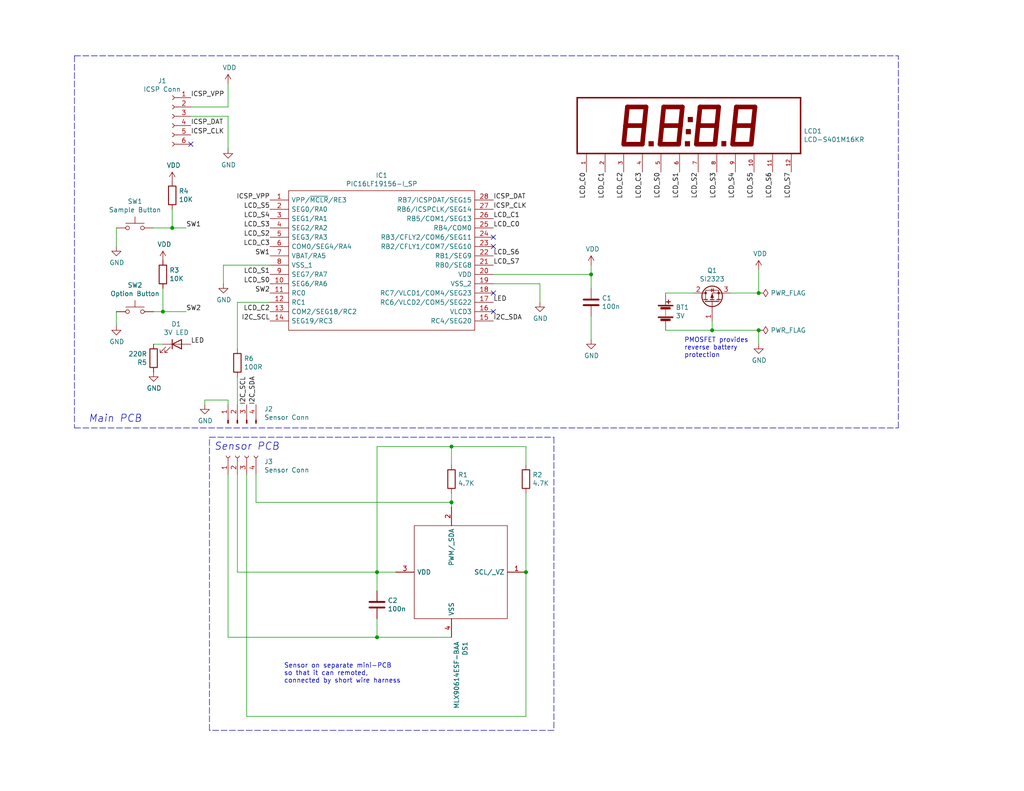
<source format=kicad_sch>
(kicad_sch (version 20211123) (generator eeschema)
  (paper "USLetter")
  (title_block (title "Non-contact IR Thermometer") (date "2022-02-28") (rev "0.8") (company "Karen A. Morrissey") (comment 1 "A minimal part, low-power design for a non-contact IR thermometer."))
  (lib_symbols
    (symbol "Connector:Conn_01x04_Female" (pin_names (offset 1.016) hide)
      (property "Reference" "J" (at 0 5.08 0))
      (property "Value" "Conn_01x04_Female" (at 0 -7.62 0))
      (symbol "Conn_01x04_Female_1_1"
        (arc (start 0 -4.572) (mid -0.508 -5.08) (end 0 -5.588) (stroke (width 0.1524)))
        (arc (start 0 -2.032) (mid -0.508 -2.54) (end 0 -3.048) (stroke (width 0.1524)))
        (polyline (pts (xy -1.27 -5.08) (xy -0.508 -5.08)) (stroke (width 0.1524)))
        (polyline (pts (xy -1.27 -2.54) (xy -0.508 -2.54)) (stroke (width 0.1524)))
        (polyline (pts (xy -1.27 0) (xy -0.508 0)) (stroke (width 0.1524)))
        (polyline (pts (xy -1.27 2.54) (xy -0.508 2.54)) (stroke (width 0.1524)))
        (arc (start 0 0.508) (mid -0.508 0) (end 0 -0.508) (stroke (width 0.1524)))
        (arc (start 0 3.048) (mid -0.508 2.54) (end 0 2.032) (stroke (width 0.1524)))
        (pin passive line (at -5.08 2.54 0) (length 3.81) (name "Pin_1") (number "1"))
        (pin passive line (at -5.08 0 0) (length 3.81) (name "Pin_2") (number "2"))
        (pin passive line (at -5.08 -2.54 0) (length 3.81) (name "Pin_3") (number "3"))
        (pin passive line (at -5.08 -5.08 0) (length 3.81) (name "Pin_4") (number "4"))
      )
    )
    (symbol "Connector:Conn_01x04_Male" (pin_names (offset 1.016) hide)
      (property "Reference" "J" (at 0 5.08 0))
      (property "Value" "Conn_01x04_Male" (at 0 -7.62 0))
      (symbol "Conn_01x04_Male_1_1"
        (polyline (pts (xy 1.27 -5.08) (xy 0.8636 -5.08)) (stroke (width 0.1524)))
        (polyline (pts (xy 1.27 -2.54) (xy 0.8636 -2.54)) (stroke (width 0.1524)))
        (polyline (pts (xy 1.27 0) (xy 0.8636 0)) (stroke (width 0.1524)))
        (polyline (pts (xy 1.27 2.54) (xy 0.8636 2.54)) (stroke (width 0.1524)))
        (rectangle (start 0.8636 -4.953) (end 0 -5.207) (stroke (width 0.1524)) (fill (type outline)))
        (rectangle (start 0.8636 -2.413) (end 0 -2.667) (stroke (width 0.1524)) (fill (type outline)))
        (rectangle (start 0.8636 0.127) (end 0 -0.127) (stroke (width 0.1524)) (fill (type outline)))
        (rectangle (start 0.8636 2.667) (end 0 2.413) (stroke (width 0.1524)) (fill (type outline)))
        (pin passive line (at 5.08 2.54 180) (length 3.81) (name "Pin_1") (number "1"))
        (pin passive line (at 5.08 0 180) (length 3.81) (name "Pin_2") (number "2"))
        (pin passive line (at 5.08 -2.54 180) (length 3.81) (name "Pin_3") (number "3"))
        (pin passive line (at 5.08 -5.08 180) (length 3.81) (name "Pin_4") (number "4"))
      )
    )
    (symbol "Connector:Conn_01x06_Female" (pin_names (offset 1.016) hide)
      (property "Reference" "J" (at 0 7.62 0))
      (property "Value" "Conn_01x06_Female" (at 0 -10.16 0))
      (symbol "Conn_01x06_Female_1_1"
        (arc (start 0 -7.112) (mid -0.508 -7.62) (end 0 -8.128) (stroke (width 0.1524)))
        (arc (start 0 -4.572) (mid -0.508 -5.08) (end 0 -5.588) (stroke (width 0.1524)))
        (arc (start 0 -2.032) (mid -0.508 -2.54) (end 0 -3.048) (stroke (width 0.1524)))
        (polyline (pts (xy -1.27 -7.62) (xy -0.508 -7.62)) (stroke (width 0.1524)))
        (polyline (pts (xy -1.27 -5.08) (xy -0.508 -5.08)) (stroke (width 0.1524)))
        (polyline (pts (xy -1.27 -2.54) (xy -0.508 -2.54)) (stroke (width 0.1524)))
        (polyline (pts (xy -1.27 0) (xy -0.508 0)) (stroke (width 0.1524)))
        (polyline (pts (xy -1.27 2.54) (xy -0.508 2.54)) (stroke (width 0.1524)))
        (polyline (pts (xy -1.27 5.08) (xy -0.508 5.08)) (stroke (width 0.1524)))
        (arc (start 0 0.508) (mid -0.508 0) (end 0 -0.508) (stroke (width 0.1524)))
        (arc (start 0 3.048) (mid -0.508 2.54) (end 0 2.032) (stroke (width 0.1524)))
        (arc (start 0 5.588) (mid -0.508 5.08) (end 0 4.572) (stroke (width 0.1524)))
        (pin passive line (at -5.08 5.08 0) (length 3.81) (name "Pin_1") (number "1"))
        (pin passive line (at -5.08 2.54 0) (length 3.81) (name "Pin_2") (number "2"))
        (pin passive line (at -5.08 0 0) (length 3.81) (name "Pin_3") (number "3"))
        (pin passive line (at -5.08 -2.54 0) (length 3.81) (name "Pin_4") (number "4"))
        (pin passive line (at -5.08 -5.08 0) (length 3.81) (name "Pin_5") (number "5"))
        (pin passive line (at -5.08 -7.62 0) (length 3.81) (name "Pin_6") (number "6"))
      )
    )
    (symbol "Device:Battery" (pin_numbers hide) (pin_names (offset 0) hide)
      (property "Reference" "BT" (at 2.54 2.54 0))
      (property "Value" "Battery" (at 2.54 0 0))
      (symbol "Battery_0_1"
        (rectangle (start -2.032 -1.397) (end 2.032 -1.651) (fill (type outline)))
        (rectangle (start -2.032 1.778) (end 2.032 1.524) (fill (type outline)))
        (rectangle (start -1.3208 -1.9812) (end 1.27 -2.4892) (fill (type outline)))
        (rectangle (start -1.3208 1.1938) (end 1.27 0.6858) (fill (type outline)))
        (polyline (pts (xy 0 -1.524) (xy 0 -1.27)))
        (polyline (pts (xy 0 -1.016) (xy 0 -0.762)))
        (polyline (pts (xy 0 -0.508) (xy 0 -0.254)))
        (polyline (pts (xy 0 0) (xy 0 0.254)))
        (polyline (pts (xy 0 0.508) (xy 0 0.762)))
        (polyline (pts (xy 0 1.778) (xy 0 2.54)))
        (polyline (pts (xy 0.254 2.667) (xy 1.27 2.667)) (stroke (width 0.254)))
        (polyline (pts (xy 0.762 3.175) (xy 0.762 2.159)) (stroke (width 0.254)))
      )
      (symbol "Battery_1_1"
        (pin passive line (at 0 5.08 270) (length 2.54) (name "+") (number "1"))
        (pin passive line (at 0 -5.08 90) (length 2.54) (name "-") (number "2"))
      )
    )
    (symbol "Device:C" (pin_numbers hide) (pin_names (offset 0.254))
      (property "Reference" "C" (at 0.635 2.54 0))
      (property "Value" "C" (at 0.635 -2.54 0))
      (symbol "C_0_1"
        (polyline (pts (xy -2.032 -0.762) (xy 2.032 -0.762)) (stroke (width 0.508)))
        (polyline (pts (xy -2.032 0.762) (xy 2.032 0.762)) (stroke (width 0.508)))
      )
      (symbol "C_1_1"
        (pin passive line (at 0 3.81 270) (length 2.794) (name "~") (number "1"))
        (pin passive line (at 0 -3.81 90) (length 2.794) (name "~") (number "2"))
      )
    )
    (symbol "Device:LED" (pin_numbers hide) (pin_names (offset 1.016) hide)
      (property "Reference" "D" (at 0 2.54 0))
      (property "Value" "LED" (at 0 -2.54 0))
      (symbol "LED_0_1"
        (polyline (pts (xy -1.27 -1.27) (xy -1.27 1.27)) (stroke (width 0.254)))
        (polyline (pts (xy -1.27 0) (xy 1.27 0)))
        (polyline (pts (xy 1.27 -1.27) (xy 1.27 1.27) (xy -1.27 0) (xy 1.27 -1.27)) (stroke (width 0.254)))
        (polyline (pts (xy -3.048 -0.762) (xy -4.572 -2.286) (xy -3.81 -2.286) (xy -4.572 -2.286) (xy -4.572 -1.524)))
        (polyline (pts (xy -1.778 -0.762) (xy -3.302 -2.286) (xy -2.54 -2.286) (xy -3.302 -2.286) (xy -3.302 -1.524)))
      )
      (symbol "LED_1_1"
        (pin passive line (at -3.81 0 0) (length 2.54) (name "K") (number "1"))
        (pin passive line (at 3.81 0 180) (length 2.54) (name "A") (number "2"))
      )
    )
    (symbol "Device:Q_PMOS_GDS" (pin_names (offset 0) hide)
      (property "Reference" "Q" (at 5.08 1.27 0))
      (property "Value" "Q_PMOS_GDS" (at 5.08 -1.27 0))
      (symbol "Q_PMOS_GDS_0_1"
        (polyline (pts (xy 0.254 0) (xy -2.54 0)))
        (polyline (pts (xy 0.254 1.905) (xy 0.254 -1.905)) (stroke (width 0.254)))
        (polyline (pts (xy 0.762 -1.27) (xy 0.762 -2.286)) (stroke (width 0.254)))
        (polyline (pts (xy 0.762 0.508) (xy 0.762 -0.508)) (stroke (width 0.254)))
        (polyline (pts (xy 0.762 2.286) (xy 0.762 1.27)) (stroke (width 0.254)))
        (polyline (pts (xy 2.54 2.54) (xy 2.54 1.778)))
        (polyline (pts (xy 2.54 -2.54) (xy 2.54 0) (xy 0.762 0)))
        (polyline (pts (xy 0.762 1.778) (xy 3.302 1.778) (xy 3.302 -1.778) (xy 0.762 -1.778)))
        (polyline (pts (xy 2.286 0) (xy 1.27 0.381) (xy 1.27 -0.381) (xy 2.286 0)) (fill (type outline)))
        (polyline (pts (xy 2.794 -0.508) (xy 2.921 -0.381) (xy 3.683 -0.381) (xy 3.81 -0.254)))
        (polyline (pts (xy 3.302 -0.381) (xy 2.921 0.254) (xy 3.683 0.254) (xy 3.302 -0.381)))
        (circle (center 1.651 0) (radius 2.794) (stroke (width 0.254)))
        (circle (center 2.54 -1.778) (radius 0.254) (fill (type outline)))
        (circle (center 2.54 1.778) (radius 0.254) (fill (type outline)))
      )
      (symbol "Q_PMOS_GDS_1_1"
        (pin input line (at -5.08 0 0) (length 2.54) (name "G") (number "1"))
        (pin passive line (at 2.54 5.08 270) (length 2.54) (name "D") (number "2"))
        (pin passive line (at 2.54 -5.08 90) (length 2.54) (name "S") (number "3"))
      )
    )
    (symbol "Device:R" (pin_numbers hide) (pin_names (offset 0))
      (property "Reference" "R" (at 2.032 0 90))
      (property "Value" "R" (at 0 0 90))
      (symbol "R_0_1"
        (rectangle (start -1.016 -2.54) (end 1.016 2.54) (stroke (width 0.254)))
      )
      (symbol "R_1_1"
        (pin passive line (at 0 3.81 270) (length 1.27) (name "~") (number "1"))
        (pin passive line (at 0 -3.81 90) (length 1.27) (name "~") (number "2"))
      )
    )
    (symbol "IR_Thermometer-rescue:1747-1747" (pin_names (offset 0.762))
      (property "Reference" "DS" (at 31.75 20.32 0))
      (property "Value" "1747-1747" (at 31.75 17.78 0))
      (symbol "1747-1747_0_0"
        (pin passive line (at 17.78 20.32 270) (length 5.08) (name "SCL/_VZ") (number "1"))
        (pin passive line (at 0 0 0) (length 5.08) (name "PWM/_SDA") (number "2"))
        (pin passive line (at 17.78 -15.24 90) (length 5.08) (name "VDD") (number "3"))
        (pin passive line (at 35.56 0 180) (length 5.08) (name "VSS") (number "4"))
      )
      (symbol "1747-1747_0_1"
        (polyline (pts (xy 5.08 15.24) (xy 30.48 15.24) (xy 30.48 -10.16) (xy 5.08 -10.16) (xy 5.08 15.24)) (stroke (width 0.1524)))
      )
    )
    (symbol "IR_Thermometer-rescue:LCD-S401M16KR-LCD-S401M16KR" (pin_names (offset 1.016) hide)
      (property "Reference" "LCD" (at 0 3.81 0))
      (property "Value" "LCD-S401M16KR-LCD-S401M16KR" (at 0 1.27 0))
      (symbol "LCD-S401M16KR-LCD-S401M16KR_0_0"
        (polyline (pts (xy 0 -15.24) (xy 60.96 -15.24)) (stroke (width 0.4064)))
        (polyline (pts (xy 0 0) (xy 0 -15.24)) (stroke (width 0.4064)))
        (polyline (pts (xy 12.7 -12.7) (xy 17.78 -12.7)) (stroke (width 1.27)))
        (polyline (pts (xy 13.208 -7.62) (xy 12.7 -12.7)) (stroke (width 1.27)))
        (polyline (pts (xy 13.208 -7.62) (xy 18.288 -7.62)) (stroke (width 1.27)))
        (polyline (pts (xy 13.716 -2.54) (xy 13.208 -7.62)) (stroke (width 1.27)))
        (polyline (pts (xy 17.78 -12.7) (xy 18.288 -7.62)) (stroke (width 1.27)))
        (polyline (pts (xy 18.288 -7.62) (xy 18.796 -2.54)) (stroke (width 1.27)))
        (polyline (pts (xy 18.796 -2.54) (xy 13.716 -2.54)) (stroke (width 1.27)))
        (polyline (pts (xy 22.606 -12.7) (xy 27.686 -12.7)) (stroke (width 1.27)))
        (polyline (pts (xy 23.114 -7.62) (xy 22.606 -12.7)) (stroke (width 1.27)))
        (polyline (pts (xy 23.114 -7.62) (xy 28.194 -7.62)) (stroke (width 1.27)))
        (polyline (pts (xy 23.622 -2.54) (xy 23.114 -7.62)) (stroke (width 1.27)))
        (polyline (pts (xy 27.686 -12.7) (xy 28.194 -7.62)) (stroke (width 1.27)))
        (polyline (pts (xy 28.194 -7.62) (xy 28.702 -2.54)) (stroke (width 1.27)))
        (polyline (pts (xy 28.702 -2.54) (xy 23.622 -2.54)) (stroke (width 1.27)))
        (polyline (pts (xy 32.512 -12.7) (xy 37.592 -12.7)) (stroke (width 1.27)))
        (polyline (pts (xy 33.02 -7.62) (xy 32.512 -12.7)) (stroke (width 1.27)))
        (polyline (pts (xy 33.02 -7.62) (xy 38.1 -7.62)) (stroke (width 1.27)))
        (polyline (pts (xy 33.528 -2.54) (xy 33.02 -7.62)) (stroke (width 1.27)))
        (polyline (pts (xy 37.592 -12.7) (xy 38.1 -7.62)) (stroke (width 1.27)))
        (polyline (pts (xy 38.1 -7.62) (xy 38.608 -2.54)) (stroke (width 1.27)))
        (polyline (pts (xy 38.608 -2.54) (xy 33.528 -2.54)) (stroke (width 1.27)))
        (polyline (pts (xy 42.418 -12.7) (xy 47.498 -12.7)) (stroke (width 1.27)))
        (polyline (pts (xy 42.926 -7.62) (xy 42.418 -12.7)) (stroke (width 1.27)))
        (polyline (pts (xy 42.926 -7.62) (xy 48.006 -7.62)) (stroke (width 1.27)))
        (polyline (pts (xy 43.434 -2.54) (xy 42.926 -7.62)) (stroke (width 1.27)))
        (polyline (pts (xy 47.498 -12.7) (xy 48.006 -7.62)) (stroke (width 1.27)))
        (polyline (pts (xy 48.006 -7.62) (xy 48.514 -2.54)) (stroke (width 1.27)))
        (polyline (pts (xy 48.514 -2.54) (xy 43.434 -2.54)) (stroke (width 1.27)))
        (polyline (pts (xy 60.96 -15.24) (xy 60.96 0)) (stroke (width 0.4064)))
        (polyline (pts (xy 60.96 0) (xy 0 0)) (stroke (width 0.4064)))
        (rectangle (start 19.558 -13.208) (end 20.828 -11.938) (fill (type outline)))
        (rectangle (start 29.464 -13.208) (end 30.7086 -11.938) (fill (type outline)))
        (rectangle (start 29.718 -9.906) (end 30.9626 -8.636) (fill (type outline)))
        (rectangle (start 30.2514 -6.604) (end 31.496 -5.334) (fill (type outline)))
        (rectangle (start 39.4208 -13.208) (end 40.6146 -11.9126) (fill (type outline)))
        (pin bidirectional line (at 2.54 -20.32 90) (length 5.08) (name "~") (number "1"))
        (pin bidirectional line (at 48.26 -20.32 90) (length 5.08) (name "~") (number "10"))
        (pin bidirectional line (at 53.34 -20.32 90) (length 5.08) (name "~") (number "11"))
        (pin bidirectional line (at 58.42 -20.32 90) (length 5.08) (name "~") (number "12"))
        (pin bidirectional line (at 7.62 -20.32 90) (length 5.08) (name "~") (number "2"))
        (pin bidirectional line (at 12.7 -20.32 90) (length 5.08) (name "~") (number "3"))
        (pin bidirectional line (at 17.78 -20.32 90) (length 5.08) (name "~") (number "4"))
        (pin bidirectional line (at 22.86 -20.32 90) (length 5.08) (name "~") (number "5"))
        (pin bidirectional line (at 27.94 -20.32 90) (length 5.08) (name "~") (number "6"))
        (pin bidirectional line (at 33.02 -20.32 90) (length 5.08) (name "~") (number "7"))
        (pin bidirectional line (at 38.1 -20.32 90) (length 5.08) (name "~") (number "8"))
        (pin bidirectional line (at 43.18 -20.32 90) (length 5.08) (name "~") (number "9"))
      )
    )
    (symbol "IR_Thermometer-rescue:PIC16LF19156-I_SP-PIC16LF19156-I_SP-NC_Thermometer-rescue" (pin_names (offset 0.762))
      (property "Reference" "IC" (at 57.15 7.62 0))
      (property "Value" "PIC16LF19156-I_SP-PIC16LF19156-I_SP-NC_Thermometer-rescue" (at 57.15 5.08 0))
      (symbol "PIC16LF19156-I_SP-PIC16LF19156-I_SP-NC_Thermometer-rescue_0_0"
        (pin passive line (at 0 0 0) (length 5.08) (name "VPP/~{MCLR}/RE3") (number "1"))
        (pin passive line (at 0 -22.86 0) (length 5.08) (name "SEG6/RA6") (number "10"))
        (pin passive line (at 0 -25.4 0) (length 5.08) (name "RC0") (number "11"))
        (pin passive line (at 0 -27.94 0) (length 5.08) (name "RC1") (number "12"))
        (pin passive line (at 0 -30.48 0) (length 5.08) (name "COM2/SEG18/RC2") (number "13"))
        (pin passive line (at 0 -33.02 0) (length 5.08) (name "SEG19/RC3") (number "14"))
        (pin passive line (at 60.96 -33.02 180) (length 5.08) (name "RC4/SEG20") (number "15"))
        (pin passive line (at 60.96 -30.48 180) (length 5.08) (name "VLCD3") (number "16"))
        (pin passive line (at 60.96 -27.94 180) (length 5.08) (name "RC6/VLCD2/COM5/SEG22") (number "17"))
        (pin passive line (at 60.96 -25.4 180) (length 5.08) (name "RC7/VLCD1/COM4/SEG23") (number "18"))
        (pin passive line (at 60.96 -22.86 180) (length 5.08) (name "VSS_2") (number "19"))
        (pin passive line (at 0 -2.54 0) (length 5.08) (name "SEG0/RA0") (number "2"))
        (pin passive line (at 60.96 -20.32 180) (length 5.08) (name "VDD") (number "20"))
        (pin passive line (at 60.96 -17.78 180) (length 5.08) (name "RB0/SEG8") (number "21"))
        (pin passive line (at 60.96 -15.24 180) (length 5.08) (name "RB1/SEG9") (number "22"))
        (pin passive line (at 60.96 -12.7 180) (length 5.08) (name "RB2/CFLY1/COM7/SEG10") (number "23"))
        (pin passive line (at 60.96 -10.16 180) (length 5.08) (name "RB3/CFLY2/COM6/SEG11") (number "24"))
        (pin passive line (at 60.96 -7.62 180) (length 5.08) (name "RB4/COM0") (number "25"))
        (pin passive line (at 60.96 -5.08 180) (length 5.08) (name "RB5/COM1/SEG13") (number "26"))
        (pin passive line (at 60.96 -2.54 180) (length 5.08) (name "RB6/ICSPCLK/SEG14") (number "27"))
        (pin passive line (at 60.96 0 180) (length 5.08) (name "RB7/ICSPDAT/SEG15") (number "28"))
        (pin passive line (at 0 -5.08 0) (length 5.08) (name "SEG1/RA1") (number "3"))
        (pin passive line (at 0 -7.62 0) (length 5.08) (name "SEG2/RA2") (number "4"))
        (pin passive line (at 0 -10.16 0) (length 5.08) (name "SEG3/RA3") (number "5"))
        (pin passive line (at 0 -12.7 0) (length 5.08) (name "COM0/SEG4/RA4") (number "6"))
        (pin passive line (at 0 -15.24 0) (length 5.08) (name "VBAT/RA5") (number "7"))
        (pin passive line (at 0 -17.78 0) (length 5.08) (name "VSS_1") (number "8"))
        (pin passive line (at 0 -20.32 0) (length 5.08) (name "SEG7/RA7") (number "9"))
      )
      (symbol "PIC16LF19156-I_SP-PIC16LF19156-I_SP-NC_Thermometer-rescue_0_1"
        (polyline (pts (xy 5.08 2.54) (xy 55.88 2.54) (xy 55.88 -35.56) (xy 5.08 -35.56) (xy 5.08 2.54)) (stroke (width 0.1524)))
      )
    )
    (symbol "Switch:SW_Push" (pin_numbers hide) (pin_names (offset 1.016) hide)
      (property "Reference" "SW" (at 1.27 2.54 0))
      (property "Value" "SW_Push" (at 0 -1.524 0))
      (symbol "SW_Push_0_1"
        (circle (center -2.032 0) (radius 0.508))
        (polyline (pts (xy 0 1.27) (xy 0 3.048)))
        (polyline (pts (xy 2.54 1.27) (xy -2.54 1.27)))
        (circle (center 2.032 0) (radius 0.508))
        (pin passive line (at -5.08 0 0) (length 2.54) (name "1") (number "1"))
        (pin passive line (at 5.08 0 180) (length 2.54) (name "2") (number "2"))
      )
    )
    (symbol "power:GND" (power) (pin_names (offset 0))
      (property "Value" "GND" (at 0 -3.81 0))
      (symbol "GND_0_1"
        (polyline (pts (xy 0 0) (xy 0 -1.27) (xy 1.27 -1.27) (xy 0 -2.54) (xy -1.27 -1.27) (xy 0 -1.27)))
      )
      (symbol "GND_1_1"
        (pin power_in line (at 0 0 270) (length 0) hide (name "GND") (number "1"))
      )
    )
    (symbol "power:PWR_FLAG" (power) (pin_numbers hide) (pin_names (offset 0) hide)
      (property "Value" "PWR_FLAG" (at 0 3.81 0))
      (symbol "PWR_FLAG_0_0"
        (pin power_out line (at 0 0 90) (length 0) (name "pwr") (number "1"))
      )
      (symbol "PWR_FLAG_0_1"
        (polyline (pts (xy 0 0) (xy 0 1.27) (xy -1.016 1.905) (xy 0 2.54) (xy 1.016 1.905) (xy 0 1.27)))
      )
    )
    (symbol "power:VDD" (power) (pin_names (offset 0))
      (property "Value" "VDD" (at 0 3.81 0))
      (symbol "VDD_0_1"
        (polyline (pts (xy -0.762 1.27) (xy 0 2.54)))
        (polyline (pts (xy 0 0) (xy 0 2.54)))
        (polyline (pts (xy 0 2.54) (xy 0.762 1.27)))
      )
      (symbol "VDD_1_1"
        (pin power_in line (at 0 0 90) (length 0) hide (name "VDD") (number "1"))
      )
    )
  )
  (junction (at 46.99 62.23))
  (junction (at 102.87 156.21))
  (junction (at 44.45 85.09))
  (junction (at 161.29 74.93))
  (junction (at 194.31 90.17))
  (junction (at 123.19 137.16))
  (junction (at 123.19 121.92))
  (junction (at 207.01 90.17))
  (junction (at 143.51 156.21))
  (junction (at 102.87 173.99))
  (junction (at 207.01 80.01))
  (no_connect (at 134.62 67.31))
  (no_connect (at 52.07 39.37))
  (no_connect (at 134.62 80.01))
  (no_connect (at 134.62 64.77))
  (no_connect (at 134.62 85.09))
  (wire (pts (xy 55.88 109.22) (xy 55.88 110.49)))
  (wire (pts (xy 62.23 110.49) (xy 62.23 109.22)))
  (wire (pts (xy 161.29 74.93) (xy 161.29 72.39)))
  (wire (pts (xy 62.23 29.21) (xy 62.23 22.86)))
  (wire (pts (xy 194.31 90.17) (xy 194.31 87.63)))
  (wire (pts (xy 52.07 31.75) (xy 62.23 31.75)))
  (wire (pts (xy 44.45 78.74) (xy 44.45 85.09)))
  (wire (pts (xy 207.01 90.17) (xy 207.01 93.98)))
  (wire (pts (xy 123.19 127) (xy 123.19 121.92)))
  (wire (pts (xy 102.87 156.21) (xy 64.77 156.21)))
  (wire (pts (xy 102.87 121.92) (xy 102.87 156.21)))
  (wire (pts (xy 181.61 80.01) (xy 189.23 80.01)))
  (wire (pts (xy 73.66 82.55) (xy 64.77 82.55)))
  (wire (pts (xy 60.96 72.39) (xy 60.96 77.47)))
  (wire (pts (xy 143.51 156.21) (xy 143.51 195.58)))
  (wire (pts (xy 143.51 127) (xy 143.51 121.92)))
  (wire (pts (xy 161.29 86.36) (xy 161.29 92.71)))
  (wire (pts (xy 102.87 161.29) (xy 102.87 156.21)))
  (wire (pts (xy 147.32 77.47) (xy 147.32 82.55)))
  (wire (pts (xy 123.19 121.92) (xy 102.87 121.92)))
  (wire (pts (xy 207.01 73.66) (xy 207.01 80.01)))
  (wire (pts (xy 123.19 134.62) (xy 123.19 137.16)))
  (wire (pts (xy 67.31 129.54) (xy 67.31 195.58)))
  (wire (pts (xy 46.99 62.23) (xy 41.91 62.23)))
  (wire (pts (xy 62.23 31.75) (xy 62.23 40.64)))
  (wire (pts (xy 143.51 134.62) (xy 143.51 156.21)))
  (wire (pts (xy 134.62 77.47) (xy 147.32 77.47)))
  (polyline (pts (xy 20.32 116.84) (xy 245.11 116.84)))
  (wire (pts (xy 161.29 78.74) (xy 161.29 74.93)))
  (wire (pts (xy 107.95 156.21) (xy 102.87 156.21)))
  (polyline (pts (xy 57.15 119.38) (xy 151.13 119.38)))
  (wire (pts (xy 194.31 90.17) (xy 207.01 90.17)))
  (wire (pts (xy 102.87 173.99) (xy 102.87 168.91)))
  (wire (pts (xy 44.45 85.09) (xy 41.91 85.09)))
  (wire (pts (xy 52.07 29.21) (xy 62.23 29.21)))
  (wire (pts (xy 46.99 57.15) (xy 46.99 62.23)))
  (wire (pts (xy 44.45 93.98) (xy 41.91 93.98)))
  (wire (pts (xy 62.23 109.22) (xy 55.88 109.22)))
  (polyline (pts (xy 151.13 119.38) (xy 151.13 199.39)))
  (polyline (pts (xy 20.32 15.24) (xy 20.32 116.84)))
  (wire (pts (xy 46.99 62.23) (xy 50.8 62.23)))
  (wire (pts (xy 60.96 72.39) (xy 73.66 72.39)))
  (wire (pts (xy 143.51 121.92) (xy 123.19 121.92)))
  (polyline (pts (xy 245.11 116.84) (xy 245.11 15.24)))
  (wire (pts (xy 64.77 82.55) (xy 64.77 95.25)))
  (polyline (pts (xy 20.32 15.24) (xy 245.11 15.24)))
  (wire (pts (xy 69.85 129.54) (xy 69.85 137.16)))
  (wire (pts (xy 102.87 173.99) (xy 62.23 173.99)))
  (wire (pts (xy 64.77 156.21) (xy 64.77 129.54)))
  (wire (pts (xy 199.39 80.01) (xy 207.01 80.01)))
  (wire (pts (xy 62.23 173.99) (xy 62.23 129.54)))
  (wire (pts (xy 64.77 110.49) (xy 64.77 102.87)))
  (wire (pts (xy 181.61 90.17) (xy 194.31 90.17)))
  (wire (pts (xy 31.75 85.09) (xy 31.75 88.9)))
  (wire (pts (xy 31.75 62.23) (xy 31.75 67.31)))
  (wire (pts (xy 134.62 74.93) (xy 161.29 74.93)))
  (wire (pts (xy 69.85 137.16) (xy 123.19 137.16)))
  (wire (pts (xy 123.19 137.16) (xy 123.19 138.43)))
  (polyline (pts (xy 151.13 199.39) (xy 57.15 199.39)))
  (polyline (pts (xy 57.15 199.39) (xy 57.15 119.38)))
  (wire (pts (xy 50.8 85.09) (xy 44.45 85.09)))
  (wire (pts (xy 67.31 195.58) (xy 143.51 195.58)))
  (wire (pts (xy 102.87 173.99) (xy 123.19 173.99)))
  (text "PMOSFET provides\nreverse battery\nprotection" (at 186.69 97.79 0) (effects (font (size 1.27 1.27)) (justify left bottom)))
  (text "Sensor on separate mini-PCB\nso that it can remoted,\nconnected by short wire harness " (at 77.47 186.69 0) (effects (font (size 1.27 1.27)) (justify left bottom)))
  (text "Sensor PCB" (at 58.42 123.19 0) (effects (font (size 2.0066 2.0066) italic) (justify left bottom)))
  (text "Main PCB" (at 24.13 115.57 0) (effects (font (size 2.0066 2.0066) italic) (justify left bottom)))
  (label "LCD_C1" (at 165.1 46.99 270))
  (label "SW2" (at 50.8 85.09 0))
  (label "SW1" (at 50.8 62.23 0))
  (label "LCD_S2" (at 190.5 46.99 270))
  (label "LCD_S7" (at 134.62 72.39 0))
  (label "I2C_SCL" (at 67.31 110.49 90))
  (label "LCD_C2" (at 73.66 85.09 180))
  (label "ICSP_DAT" (at 134.62 54.61 0))
  (label "LCD_S6" (at 210.82 46.99 270))
  (label "LCD_S6" (at 134.62 69.85 0))
  (label "LCD_S0" (at 180.34 46.99 270))
  (label "LCD_C0" (at 134.62 62.23 0))
  (label "LCD_S7" (at 215.9 46.99 270))
  (label "LCD_S4" (at 200.66 46.99 270))
  (label "LCD_S0" (at 73.66 77.47 180))
  (label "LCD_S3" (at 73.66 62.23 180))
  (label "LCD_S2" (at 73.66 64.77 180))
  (label "LCD_S5" (at 205.74 46.99 270))
  (label "ICSP_VPP" (at 52.07 26.67 0))
  (label "LCD_C3" (at 73.66 67.31 180))
  (label "I2C_SCL" (at 73.66 87.63 180))
  (label "LCD_S4" (at 73.66 59.69 180))
  (label "ICSP_DAT" (at 52.07 34.29 0))
  (label "LED" (at 52.07 93.98 0))
  (label "LCD_C1" (at 134.62 59.69 0))
  (label "LCD_S3" (at 195.58 46.99 270))
  (label "SW2" (at 73.66 80.01 180))
  (label "I2C_SDA" (at 69.85 110.49 90))
  (label "I2C_SDA" (at 134.62 87.63 0))
  (label "SW1" (at 73.66 69.85 180))
  (label "ICSP_CLK" (at 134.62 57.15 0))
  (label "LCD_S1" (at 185.42 46.99 270))
  (label "LCD_S1" (at 73.66 74.93 180))
  (label "LCD_C0" (at 160.02 46.99 270))
  (label "LCD_C2" (at 170.18 46.99 270))
  (label "ICSP_CLK" (at 52.07 36.83 0))
  (label "ICSP_VPP" (at 73.66 54.61 180))
  (label "LCD_C3" (at 175.26 46.99 270))
  (label "LCD_S5" (at 73.66 57.15 180))
  (label "LED" (at 134.62 82.55 0))
  (symbol (lib_id "IR_Thermometer-rescue:PIC16LF19156-I_SP-PIC16LF19156-I_SP-NC_Thermometer-rescue") (at 73.66 54.61 0) (unit 1)
    (property "Reference" "IC1" (at 104.14 47.879 0))
    (property "Value" "PIC16LF19156-I_SP" (at 104.14 50.1904 0))
    (property "Footprint" "PIC16LF19156-I_SP:DIP794W56P254L3486H508Q28N" (effects hide))
    (property "Datasheet" "https://componentsearchengine.com/Datasheets/1/PIC16LF19156-I_SP.pdf" (effects hide))
    (property "Description" "8-bit Microcontrollers - MCU 28KB Flash, 2KB RAM, 256KB EE, LCD, 12-bit ADC2, DAC, LP COMP, PWM, CCP, CWG, SMT, ZCD, PPS, RTCC, HLT, WWDT, PMD" (effects hide))
    (property "Height" "5.08" (effects hide))
    (property "Manufacturer_Name" "Microchip" (effects hide))
    (property "Manufacturer_Part_Number" "PIC16LF19156-I/SP" (effects hide))
    (property "Mouser Part Number" "579-PIC16LF19156-ISP" (effects hide))
    (property "Mouser Price/Stock" "https://www.mouser.com/Search/Refine.aspx?Keyword=579-PIC16LF19156-ISP" (effects hide))
    (property "Arrow Part Number" "PIC16LF19156-I/SP" (effects hide))
    (property "Arrow Price/Stock" "https://www.arrow.com/en/products/pic16lf19156-isp/microchip-technology" (effects hide))
  )
  (symbol (lib_id "IR_Thermometer-rescue:1747-1747") (at 123.19 138.43 270) (unit 1)
    (property "Reference" "DS1" (at 126.8984 175.1076 0) (effects (justify left)))
    (property "Value" "MLX90614ESF-BAA" (at 124.587 175.1076 0) (effects (justify left)))
    (property "Footprint" "1747:1747" (effects hide))
    (property "Datasheet" "https://www.sparkfun.com/datasheets/Sensors/Temperature/MLX90614_rev001.pdf" (effects hide))
    (property "Description" "ADAFRUIT - 1747 - Melexis Contact-less Infrared Sensor - MLX90614 3V" (effects hide))
    (property "Height" "4.1" (effects hide))
    (property "Manufacturer_Name" "Adafruit" (effects hide))
    (property "Manufacturer_Part_Number" "1747" (effects hide))
    (property "Mouser Part Number" "485-1747" (effects hide))
    (property "Mouser Price/Stock" "https://www.mouser.co.uk/ProductDetail/Adafruit/1747?qs=GURawfaeGuB8GD8iPSIOWQ%3D%3D" (effects hide))
  )
  (symbol (lib_id "IR_Thermometer-rescue:LCD-S401M16KR-LCD-S401M16KR") (at 157.48 26.67 0) (unit 1)
    (property "Reference" "LCD1" (at 219.2782 35.7886 0) (effects (justify left)))
    (property "Value" "LCD-S401M16KR" (at 219.2782 38.1 0) (effects (justify left)))
    (property "Footprint" "LCD-S401M16KR:LCD-S401M16KR" (effects hide))
    (property "Datasheet" "https://www.lumex.com/datasheet/LCD-S401M16KR" (effects hide))
  )
  (symbol (lib_id "Device:C") (at 161.29 82.55 0) (unit 1)
    (property "Reference" "C1" (at 164.211 81.3816 0) (effects (justify left)))
    (property "Value" "100n" (at 164.211 83.693 0) (effects (justify left)))
    (property "Footprint" "Capacitor_THT:C_Disc_D3.0mm_W1.6mm_P2.50mm" (effects hide))
  )
  (symbol (lib_id "power:GND") (at 60.96 77.47 0) (unit 1)
    (property "Reference" "#PWR04" (effects hide))
    (property "Value" "GND" (at 61.087 81.8642 0))
  )
  (symbol (lib_id "Connector:Conn_01x06_Female") (at 46.99 31.75 0) (mirror y) (unit 1)
    (property "Reference" "J1" (at 44.2468 22.0726 0))
    (property "Value" "ICSP Conn" (at 44.2468 24.384 0))
    (property "Footprint" "Connector_PinSocket_2.54mm:PinSocket_1x06_P2.54mm_Horizontal" (effects hide))
  )
  (symbol (lib_id "Switch:SW_Push") (at 36.83 85.09 0) (unit 1)
    (property "Reference" "SW2" (at 36.83 77.851 0))
    (property "Value" "Option Button" (at 36.83 80.1624 0))
    (property "Footprint" "Button_Switch_THT:SW_TH_Tactile_Omron_B3F-10xx" (effects hide))
  )
  (symbol (lib_id "power:GND") (at 31.75 88.9 0) (unit 1)
    (property "Reference" "#PWR01" (effects hide))
    (property "Value" "GND" (at 31.877 93.2942 0))
  )
  (symbol (lib_id "Device:R") (at 143.51 130.81 0) (unit 1)
    (property "Reference" "R2" (at 145.288 129.6416 0) (effects (justify left)))
    (property "Value" "4.7K" (at 145.288 131.953 0) (effects (justify left)))
    (property "Footprint" "Resistor_SMD:R_0603_1608Metric" (effects hide))
  )
  (symbol (lib_id "Device:R") (at 123.19 130.81 0) (unit 1)
    (property "Reference" "R1" (at 124.968 129.6416 0) (effects (justify left)))
    (property "Value" "4.7K" (at 124.968 131.953 0) (effects (justify left)))
    (property "Footprint" "Resistor_SMD:R_0603_1608Metric" (effects hide))
  )
  (symbol (lib_id "Switch:SW_Push") (at 36.83 62.23 0) (unit 1)
    (property "Reference" "SW1" (at 36.83 54.991 0))
    (property "Value" "Sample Button" (at 36.83 57.3024 0))
    (property "Footprint" "Button_Switch_THT:SW_TH_Tactile_Omron_B3F-10xx" (effects hide))
  )
  (symbol (lib_id "power:GND") (at 31.75 67.31 0) (unit 1)
    (property "Reference" "#PWR02" (effects hide))
    (property "Value" "GND" (at 31.877 71.7042 0))
  )
  (symbol (lib_id "Device:Q_PMOS_GDS") (at 194.31 82.55 90) (unit 1)
    (property "Reference" "Q1" (at 194.31 73.8632 90))
    (property "Value" "SI2323" (at 194.31 76.1746 90))
    (property "Footprint" "Package_TO_SOT_SMD:SOT-23" (effects hide))
  )
  (symbol (lib_id "power:VDD") (at 207.01 73.66 0) (unit 1)
    (property "Reference" "#PWR015" (effects hide))
    (property "Value" "VDD" (at 207.391 69.2658 0))
  )
  (symbol (lib_id "power:GND") (at 207.01 93.98 0) (unit 1)
    (property "Reference" "#PWR016" (effects hide))
    (property "Value" "GND" (at 207.137 98.3742 0))
  )
  (symbol (lib_id "Device:Battery") (at 181.61 85.09 0) (unit 1)
    (property "Reference" "BT1" (at 184.3532 83.9216 0) (effects (justify left)))
    (property "Value" "3V" (at 184.3532 86.233 0) (effects (justify left)))
    (property "Footprint" "Connector_Wire:SolderWire-0.5sqmm_1x02_P4.8mm_D0.9mm_OD2.3mm" (effects hide))
  )
  (symbol (lib_id "Device:C") (at 102.87 165.1 0) (unit 1)
    (property "Reference" "C2" (at 105.791 163.9316 0) (effects (justify left)))
    (property "Value" "100n" (at 105.791 166.243 0) (effects (justify left)))
    (property "Footprint" "Capacitor_SMD:C_0603_1608Metric" (effects hide))
  )
  (symbol (lib_id "Connector:Conn_01x04_Male") (at 64.77 115.57 90) (unit 1)
    (property "Reference" "J2" (at 72.0852 111.6584 90) (effects (justify right)))
    (property "Value" "Sensor Conn" (at 72.0852 113.9698 90) (effects (justify right)))
    (property "Footprint" "Connector_JST:JST_PH_B4B-PH-K_1x04_P2.00mm_Vertical" (effects hide))
  )
  (symbol (lib_id "Connector:Conn_01x04_Female") (at 64.77 124.46 90) (unit 1)
    (property "Reference" "J3" (at 72.0852 126.0348 90) (effects (justify right)))
    (property "Value" "Sensor Conn" (at 72.0852 128.3462 90) (effects (justify right)))
    (property "Footprint" "Connector_Wire:SolderWire-0.1sqmm_1x04_P3.6mm_D0.4mm_OD1mm" (effects hide))
  )
  (symbol (lib_id "power:GND") (at 55.88 110.49 0) (unit 1)
    (property "Reference" "#PWR07" (effects hide))
    (property "Value" "GND" (at 56.007 114.8842 0))
  )
  (symbol (lib_id "power:VDD") (at 62.23 22.86 0) (unit 1)
    (property "Reference" "#PWR0102" (effects hide))
    (property "Value" "VDD" (at 62.611 18.4658 0))
  )
  (symbol (lib_id "power:VDD") (at 161.29 72.39 0) (unit 1)
    (property "Reference" "#PWR0101" (effects hide))
    (property "Value" "VDD" (at 161.671 67.9958 0))
  )
  (symbol (lib_id "power:GND") (at 161.29 92.71 0) (unit 1)
    (property "Reference" "#PWR0103" (effects hide))
    (property "Value" "GND" (at 161.417 97.1042 0))
  )
  (symbol (lib_id "power:GND") (at 62.23 40.64 0) (unit 1)
    (property "Reference" "#PWR0104" (effects hide))
    (property "Value" "GND" (at 62.357 45.0342 0))
  )
  (symbol (lib_id "power:PWR_FLAG") (at 207.01 90.17 270) (unit 1)
    (property "Reference" "#FLG0102" (effects hide))
    (property "Value" "PWR_FLAG" (at 210.2612 90.17 90) (effects (justify left)))
  )
  (symbol (lib_id "power:PWR_FLAG") (at 207.01 80.01 270) (unit 1)
    (property "Reference" "#FLG0101" (effects hide))
    (property "Value" "PWR_FLAG" (at 210.2612 80.01 90) (effects (justify left)))
  )
  (symbol (lib_id "Device:R") (at 46.99 53.34 0) (unit 1)
    (property "Reference" "R4" (at 48.768 52.1716 0) (effects (justify left)))
    (property "Value" "10K" (at 48.768 54.483 0) (effects (justify left)))
    (property "Footprint" "Resistor_THT:R_Axial_DIN0207_L6.3mm_D2.5mm_P2.54mm_Vertical" (effects hide))
  )
  (symbol (lib_id "Device:R") (at 44.45 74.93 0) (unit 1)
    (property "Reference" "R3" (at 46.228 73.7616 0) (effects (justify left)))
    (property "Value" "10K" (at 46.228 76.073 0) (effects (justify left)))
    (property "Footprint" "Resistor_THT:R_Axial_DIN0207_L6.3mm_D2.5mm_P2.54mm_Vertical" (effects hide))
  )
  (symbol (lib_id "power:VDD") (at 46.99 49.53 0) (unit 1)
    (property "Reference" "#PWR0105" (effects hide))
    (property "Value" "VDD" (at 47.371 45.1358 0))
  )
  (symbol (lib_id "power:VDD") (at 44.45 71.12 0) (unit 1)
    (property "Reference" "#PWR0106" (effects hide))
    (property "Value" "VDD" (at 44.831 66.7258 0))
  )
  (symbol (lib_id "power:GND") (at 147.32 82.55 0) (unit 1)
    (property "Reference" "#PWR0107" (effects hide))
    (property "Value" "GND" (at 147.447 86.9442 0))
  )
  (symbol (lib_id "Device:LED") (at 48.26 93.98 0) (unit 1)
    (property "Reference" "D1" (at 48.0822 88.4682 0))
    (property "Value" "3V LED" (at 48.0822 90.7796 0))
    (property "Footprint" "LED_THT:LED_D3.0mm" (effects hide))
  )
  (symbol (lib_id "power:GND") (at 41.91 101.6 0) (unit 1)
    (property "Reference" "#PWR0108" (effects hide))
    (property "Value" "GND" (at 42.037 105.9942 0))
  )
  (symbol (lib_id "Device:R") (at 41.91 97.79 180) (unit 1)
    (property "Reference" "R5" (at 40.132 98.9584 0) (effects (justify left)))
    (property "Value" "220R" (at 40.132 96.647 0) (effects (justify left)))
    (property "Footprint" "Resistors:0603" (effects hide))
  )
  (symbol (lib_id "Device:R") (at 64.77 99.06 0) (unit 1)
    (property "Reference" "R6" (at 66.548 97.8916 0) (effects (justify left)))
    (property "Value" "100R" (at 66.548 100.203 0) (effects (justify left)))
    (property "Footprint" "Resistor_THT:R_Axial_DIN0207_L6.3mm_D2.5mm_P2.54mm_Vertical" (effects hide))
  )
)
</source>
